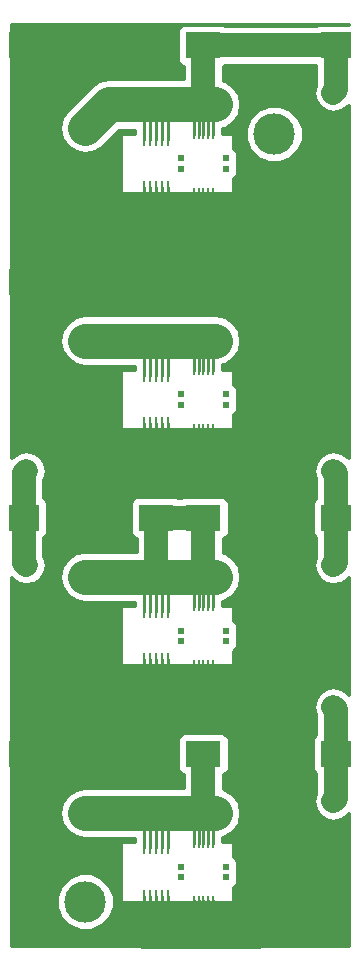
<source format=gtl>
G04 (created by PCBNEW (2013-04-21 BZR 4107)-testing) date Thursday, 06 June 2013 16:04:59*
%MOIN*%
G04 Gerber Fmt 3.4, Leading zero omitted, Abs format*
%FSLAX34Y34*%
G01*
G70*
G90*
G04 APERTURE LIST*
%ADD10C,0*%
%ADD11R,0.00905512X0.0314961*%
%ADD12R,0.0224409X0.019685*%
%ADD13C,0.1378*%
%ADD14R,0.00984252X0.0433071*%
%ADD15R,0.102362X0.0866142*%
%ADD16R,0.11811X0.0866142*%
%ADD17C,0.0590551*%
%ADD18C,0.0787402*%
%ADD19C,0.11811*%
%ADD20C,0.00905512*%
%ADD21C,0.00984252*%
%ADD22C,0.0984252*%
%ADD23C,0.01*%
G04 APERTURE END LIST*
G54D10*
G54D11*
X53779Y-49251D03*
X53622Y-49251D03*
X53937Y-49251D03*
X54094Y-49251D03*
X54251Y-49251D03*
X54251Y-51141D03*
X54094Y-51141D03*
X53937Y-51141D03*
X53779Y-51141D03*
X53622Y-51141D03*
G54D12*
X54690Y-50019D03*
X54690Y-50374D03*
X53183Y-50019D03*
X53183Y-50374D03*
G54D13*
X50000Y-51181D03*
X56299Y-25590D03*
G54D14*
X52165Y-25787D03*
X51968Y-25787D03*
X52362Y-25787D03*
X52559Y-25787D03*
X52755Y-25787D03*
X52755Y-27362D03*
X52559Y-27362D03*
X52362Y-27362D03*
X52165Y-27362D03*
X51968Y-27362D03*
X52165Y-33661D03*
X51968Y-33661D03*
X52362Y-33661D03*
X52559Y-33661D03*
X52755Y-33661D03*
X52755Y-35236D03*
X52559Y-35236D03*
X52362Y-35236D03*
X52165Y-35236D03*
X51968Y-35236D03*
X52165Y-41535D03*
X51968Y-41535D03*
X52362Y-41535D03*
X52559Y-41535D03*
X52755Y-41535D03*
X52755Y-43110D03*
X52559Y-43110D03*
X52362Y-43110D03*
X52165Y-43110D03*
X51968Y-43110D03*
X52165Y-49409D03*
X51968Y-49409D03*
X52362Y-49409D03*
X52559Y-49409D03*
X52755Y-49409D03*
X52755Y-50984D03*
X52559Y-50984D03*
X52362Y-50984D03*
X52165Y-50984D03*
X51968Y-50984D03*
G54D11*
X53779Y-25629D03*
X53622Y-25629D03*
X53937Y-25629D03*
X54094Y-25629D03*
X54251Y-25629D03*
X54251Y-27519D03*
X54094Y-27519D03*
X53937Y-27519D03*
X53779Y-27519D03*
X53622Y-27519D03*
G54D12*
X54690Y-26397D03*
X54690Y-26751D03*
X53183Y-26397D03*
X53183Y-26751D03*
G54D11*
X53779Y-33503D03*
X53622Y-33503D03*
X53937Y-33503D03*
X54094Y-33503D03*
X54251Y-33503D03*
X54251Y-35393D03*
X54094Y-35393D03*
X53937Y-35393D03*
X53779Y-35393D03*
X53622Y-35393D03*
G54D12*
X54690Y-34271D03*
X54690Y-34625D03*
X53183Y-34271D03*
X53183Y-34625D03*
G54D11*
X53779Y-41377D03*
X53622Y-41377D03*
X53937Y-41377D03*
X54094Y-41377D03*
X54251Y-41377D03*
X54251Y-43267D03*
X54094Y-43267D03*
X53937Y-43267D03*
X53779Y-43267D03*
X53622Y-43267D03*
G54D12*
X54690Y-42145D03*
X54690Y-42500D03*
X53183Y-42145D03*
X53183Y-42500D03*
G54D15*
X58346Y-30511D03*
G54D16*
X53937Y-30511D03*
G54D15*
X58346Y-22637D03*
G54D16*
X53937Y-22637D03*
G54D15*
X47952Y-30511D03*
G54D16*
X52362Y-30511D03*
G54D15*
X58346Y-46259D03*
G54D16*
X53937Y-46259D03*
G54D15*
X47952Y-22637D03*
G54D16*
X52362Y-22637D03*
G54D15*
X58346Y-38385D03*
G54D16*
X53937Y-38385D03*
G54D15*
X47952Y-46259D03*
G54D16*
X52362Y-46259D03*
G54D15*
X47952Y-38385D03*
G54D16*
X52362Y-38385D03*
G54D17*
X48031Y-39960D03*
X58267Y-36811D03*
X58267Y-47834D03*
X58267Y-44685D03*
X53937Y-47244D03*
X52362Y-39370D03*
X53937Y-39370D03*
X53937Y-23622D03*
X57086Y-22637D03*
X55511Y-22637D03*
X58267Y-24212D03*
X48031Y-36811D03*
X58267Y-39960D03*
X50000Y-48228D03*
X50000Y-40354D03*
X50000Y-32480D03*
X50000Y-25393D03*
X48031Y-28937D03*
X48031Y-24212D03*
X49212Y-22637D03*
X50787Y-22637D03*
X53937Y-29527D03*
X52362Y-29527D03*
X57086Y-30511D03*
X55511Y-30511D03*
X48031Y-47834D03*
X48031Y-44685D03*
X58267Y-32086D03*
X58267Y-28937D03*
X48031Y-32086D03*
G54D18*
X47952Y-39881D02*
X48031Y-39960D01*
X47952Y-39881D02*
X47952Y-38385D01*
X58346Y-36889D02*
X58267Y-36811D01*
X58346Y-36889D02*
X58346Y-38385D01*
X58346Y-47755D02*
X58267Y-47834D01*
X58346Y-47755D02*
X58346Y-46259D01*
X58346Y-44763D02*
X58267Y-44685D01*
X58346Y-46259D02*
X58346Y-44763D01*
X53937Y-46259D02*
X53937Y-47244D01*
X53937Y-47244D02*
X53937Y-48228D01*
X58346Y-22637D02*
X58346Y-24133D01*
X58346Y-24133D02*
X58267Y-24212D01*
X47952Y-38385D02*
X47952Y-36889D01*
X47952Y-36889D02*
X48031Y-36811D01*
X58346Y-39881D02*
X58267Y-39960D01*
X58346Y-39881D02*
X58346Y-38385D01*
X53937Y-22637D02*
X55511Y-22637D01*
X55511Y-22637D02*
X57086Y-22637D01*
X57086Y-22637D02*
X58346Y-22637D01*
X53937Y-22637D02*
X53937Y-23622D01*
X53937Y-23622D02*
X53937Y-24606D01*
X53937Y-24606D02*
X54330Y-24606D01*
X52362Y-24606D02*
X52559Y-24606D01*
X53937Y-38385D02*
X53937Y-39370D01*
X53937Y-39370D02*
X53937Y-40354D01*
X52362Y-38385D02*
X52362Y-39370D01*
X52362Y-39370D02*
X52362Y-40354D01*
X52362Y-40354D02*
X52559Y-40354D01*
X52362Y-38385D02*
X53937Y-38385D01*
G54D19*
X50000Y-48228D02*
X51968Y-48228D01*
X50000Y-40354D02*
X52755Y-40354D01*
X50000Y-25393D02*
X50787Y-24606D01*
X52559Y-24606D02*
X50787Y-24606D01*
X50000Y-32480D02*
X52755Y-32480D01*
G54D20*
X53622Y-33503D02*
X53622Y-32559D01*
X53622Y-32559D02*
X53543Y-32480D01*
X53779Y-33503D02*
X53779Y-32519D01*
X53779Y-32519D02*
X53740Y-32480D01*
X54251Y-33503D02*
X54251Y-32559D01*
X54251Y-32559D02*
X54330Y-32480D01*
X54094Y-33503D02*
X54094Y-32519D01*
X54094Y-32519D02*
X54133Y-32480D01*
X53937Y-33503D02*
X53937Y-32480D01*
X54251Y-25629D02*
X54251Y-24685D01*
G54D19*
X54330Y-24606D02*
X53937Y-24606D01*
G54D20*
X54251Y-24685D02*
X54330Y-24606D01*
X54094Y-25629D02*
X54094Y-24645D01*
X54094Y-24645D02*
X54133Y-24606D01*
X53622Y-25629D02*
X53622Y-24685D01*
X53543Y-24606D02*
X53149Y-24606D01*
X53622Y-24685D02*
X53543Y-24606D01*
X53779Y-25629D02*
X53779Y-24645D01*
X53779Y-24645D02*
X53740Y-24606D01*
X53937Y-25629D02*
X53937Y-24606D01*
X53622Y-41377D02*
X53622Y-40433D01*
X53622Y-40433D02*
X53543Y-40354D01*
X54251Y-41377D02*
X54251Y-40433D01*
X54251Y-40433D02*
X54330Y-40354D01*
X54094Y-41377D02*
X54094Y-40393D01*
X54094Y-40393D02*
X54133Y-40354D01*
X53779Y-41377D02*
X53779Y-40393D01*
X53779Y-40393D02*
X53740Y-40354D01*
X53937Y-41377D02*
X53937Y-40354D01*
X53622Y-49251D02*
X53622Y-48307D01*
X53622Y-48307D02*
X53543Y-48228D01*
X53779Y-49251D02*
X53779Y-48267D01*
X53779Y-48267D02*
X53740Y-48228D01*
X54251Y-49251D02*
X54251Y-48307D01*
X54251Y-48307D02*
X54330Y-48228D01*
X54094Y-49251D02*
X54094Y-48267D01*
X54094Y-48267D02*
X54133Y-48228D01*
X53937Y-49251D02*
X53937Y-48228D01*
G54D21*
X52755Y-25787D02*
X52755Y-24606D01*
X52755Y-24606D02*
X53149Y-24606D01*
X52559Y-25787D02*
X52559Y-24606D01*
X52362Y-25787D02*
X52362Y-24606D01*
X52165Y-25787D02*
X52165Y-24606D01*
X51968Y-25787D02*
X51968Y-24606D01*
X52755Y-41535D02*
X52755Y-40354D01*
X52559Y-41535D02*
X52559Y-40354D01*
X52362Y-41535D02*
X52362Y-40354D01*
X52165Y-41535D02*
X52165Y-40354D01*
X51968Y-41535D02*
X51968Y-40354D01*
X52755Y-33661D02*
X52755Y-32480D01*
X52559Y-33661D02*
X52559Y-32480D01*
X52362Y-33661D02*
X52362Y-32480D01*
X52165Y-33661D02*
X52165Y-32480D01*
X51968Y-33661D02*
X51968Y-32480D01*
X52755Y-49409D02*
X52755Y-48228D01*
X52559Y-49409D02*
X52559Y-48228D01*
X52362Y-49409D02*
X52362Y-48228D01*
X52165Y-49409D02*
X52165Y-48228D01*
X51968Y-49409D02*
X51968Y-48228D01*
G54D19*
X54232Y-48228D02*
X53543Y-48228D01*
X53543Y-48228D02*
X53740Y-48228D01*
X53740Y-48228D02*
X54330Y-48228D01*
X54330Y-48228D02*
X54133Y-48228D01*
X54133Y-48228D02*
X53937Y-48228D01*
X53937Y-48228D02*
X52755Y-48228D01*
X52755Y-48228D02*
X52559Y-48228D01*
X52559Y-48228D02*
X52362Y-48228D01*
X52362Y-48228D02*
X52165Y-48228D01*
X52165Y-48228D02*
X51968Y-48228D01*
X52755Y-40354D02*
X52559Y-40354D01*
X52559Y-40354D02*
X52362Y-40354D01*
X52362Y-40354D02*
X52165Y-40354D01*
X52165Y-40354D02*
X51968Y-40354D01*
X51968Y-40354D02*
X53543Y-40354D01*
X53543Y-40354D02*
X54330Y-40354D01*
X54330Y-40354D02*
X54133Y-40354D01*
X54133Y-40354D02*
X53740Y-40354D01*
X53740Y-40354D02*
X53937Y-40354D01*
X53937Y-40354D02*
X54232Y-40354D01*
X52755Y-32480D02*
X52559Y-32480D01*
X52559Y-32480D02*
X52362Y-32480D01*
X52362Y-32480D02*
X52165Y-32480D01*
X52165Y-32480D02*
X51968Y-32480D01*
X51968Y-32480D02*
X53543Y-32480D01*
X53543Y-32480D02*
X53740Y-32480D01*
X53740Y-32480D02*
X54330Y-32480D01*
X54330Y-32480D02*
X54133Y-32480D01*
X54133Y-32480D02*
X53937Y-32480D01*
X53937Y-32480D02*
X54232Y-32480D01*
G54D22*
X53149Y-24606D02*
X53149Y-24606D01*
X53149Y-24606D02*
X53149Y-24606D01*
G54D19*
X52559Y-24606D02*
X52362Y-24606D01*
X52362Y-24606D02*
X52165Y-24606D01*
X52165Y-24606D02*
X51968Y-24606D01*
X51968Y-24606D02*
X54133Y-24606D01*
X54133Y-24606D02*
X53740Y-24606D01*
X53740Y-24606D02*
X53149Y-24606D01*
X53149Y-24606D02*
X53937Y-24606D01*
X55708Y-52165D02*
X54330Y-52165D01*
X56299Y-51574D02*
X55708Y-52165D01*
X56299Y-44291D02*
X56299Y-51574D01*
G54D18*
X48031Y-24212D02*
X48031Y-28937D01*
X47952Y-29015D02*
X48031Y-28937D01*
X47952Y-30511D02*
X47952Y-29015D01*
X47952Y-24133D02*
X48031Y-24212D01*
X47952Y-24133D02*
X47952Y-22637D01*
X50787Y-22637D02*
X52362Y-22637D01*
X49212Y-22637D02*
X50787Y-22637D01*
X47952Y-22637D02*
X49212Y-22637D01*
G54D19*
X56299Y-44291D02*
X56299Y-36417D01*
X56299Y-44291D02*
X53937Y-44291D01*
G54D20*
X53622Y-44212D02*
X53543Y-44291D01*
X54251Y-44212D02*
X54330Y-44291D01*
X54094Y-44251D02*
X54133Y-44291D01*
X53779Y-44251D02*
X53740Y-44291D01*
G54D19*
X53543Y-44291D02*
X54330Y-44291D01*
X54330Y-44291D02*
X54133Y-44291D01*
X54133Y-44291D02*
X53740Y-44291D01*
X53740Y-44291D02*
X53937Y-44291D01*
G54D18*
X47952Y-46259D02*
X47952Y-47755D01*
X47952Y-47755D02*
X48031Y-47834D01*
X47952Y-46259D02*
X47952Y-44763D01*
X47952Y-44763D02*
X48031Y-44685D01*
X58346Y-30511D02*
X58346Y-32007D01*
X58346Y-32007D02*
X58267Y-32086D01*
X58346Y-30511D02*
X58346Y-29015D01*
X58346Y-29015D02*
X58267Y-28937D01*
X47952Y-30511D02*
X47952Y-32007D01*
X47952Y-32007D02*
X48031Y-32086D01*
X52362Y-46259D02*
X47952Y-46259D01*
X56299Y-30511D02*
X57086Y-30511D01*
X57086Y-30511D02*
X58346Y-30511D01*
X47952Y-30511D02*
X52362Y-30511D01*
X52362Y-46259D02*
X52362Y-45275D01*
X52362Y-45275D02*
X52362Y-44291D01*
X52362Y-30511D02*
X52362Y-29527D01*
X52362Y-29527D02*
X52362Y-28543D01*
X53937Y-30511D02*
X53937Y-29527D01*
X53937Y-29527D02*
X53937Y-28543D01*
X53937Y-30511D02*
X55511Y-30511D01*
X55511Y-30511D02*
X56299Y-30511D01*
X52362Y-30511D02*
X53937Y-30511D01*
G54D19*
X56299Y-36417D02*
X56299Y-30511D01*
X56299Y-30511D02*
X56299Y-28543D01*
X56299Y-28543D02*
X53937Y-28543D01*
X56299Y-36417D02*
X53543Y-36417D01*
G54D20*
X54251Y-35393D02*
X54251Y-36338D01*
X54251Y-36338D02*
X54330Y-36417D01*
X54094Y-35393D02*
X54094Y-36377D01*
X54094Y-36377D02*
X54133Y-36417D01*
X53937Y-35393D02*
X53937Y-36417D01*
X53779Y-35393D02*
X53779Y-36377D01*
X53779Y-36377D02*
X53740Y-36417D01*
X53622Y-35393D02*
X53622Y-36338D01*
X53622Y-36338D02*
X53543Y-36417D01*
X54251Y-27519D02*
X54251Y-28464D01*
X54251Y-28464D02*
X54330Y-28543D01*
X54094Y-27519D02*
X54094Y-28503D01*
X54094Y-28503D02*
X54133Y-28543D01*
X53622Y-27519D02*
X53622Y-28464D01*
X53622Y-28464D02*
X53543Y-28543D01*
X53779Y-27519D02*
X53779Y-28503D01*
X53779Y-28503D02*
X53740Y-28543D01*
X53937Y-27519D02*
X53937Y-28543D01*
X53622Y-43267D02*
X53622Y-44212D01*
X54251Y-43267D02*
X54251Y-44212D01*
X54094Y-43267D02*
X54094Y-44251D01*
X53779Y-43267D02*
X53779Y-44251D01*
X53937Y-43267D02*
X53937Y-44291D01*
X54251Y-51141D02*
X54251Y-52086D01*
X54251Y-52086D02*
X54330Y-52165D01*
X54094Y-51141D02*
X54094Y-52125D01*
X54094Y-52125D02*
X54133Y-52165D01*
X53937Y-51141D02*
X53937Y-52165D01*
X53779Y-51141D02*
X53779Y-52125D01*
X53779Y-52125D02*
X53740Y-52165D01*
X53622Y-51141D02*
X53622Y-52086D01*
X53622Y-52086D02*
X53543Y-52165D01*
G54D21*
X52755Y-27362D02*
X52755Y-28543D01*
X52559Y-27362D02*
X52559Y-28543D01*
X52362Y-27362D02*
X52362Y-28543D01*
X52165Y-27362D02*
X52165Y-28543D01*
X51968Y-27362D02*
X51968Y-28543D01*
G54D19*
X51968Y-28543D02*
X52755Y-28543D01*
X52755Y-28543D02*
X52559Y-28543D01*
X52559Y-28543D02*
X52362Y-28543D01*
X52362Y-28543D02*
X52165Y-28543D01*
X52165Y-28543D02*
X54330Y-28543D01*
X54330Y-28543D02*
X54133Y-28543D01*
X54133Y-28543D02*
X53543Y-28543D01*
X53543Y-28543D02*
X53740Y-28543D01*
X53740Y-28543D02*
X53937Y-28543D01*
G54D21*
X52755Y-43110D02*
X52755Y-44291D01*
X52559Y-43110D02*
X52559Y-44291D01*
X52362Y-43110D02*
X52362Y-44291D01*
X52165Y-43110D02*
X52165Y-44291D01*
X51968Y-43110D02*
X51968Y-44291D01*
G54D19*
X51968Y-44291D02*
X52755Y-44291D01*
X52755Y-44291D02*
X52559Y-44291D01*
X52559Y-44291D02*
X52362Y-44291D01*
X52362Y-44291D02*
X52165Y-44291D01*
X52165Y-44291D02*
X53543Y-44291D01*
G54D21*
X52755Y-35236D02*
X52755Y-36417D01*
X52559Y-35236D02*
X52559Y-36417D01*
X52362Y-35236D02*
X52362Y-36417D01*
X52165Y-35236D02*
X52165Y-36417D01*
X51968Y-35236D02*
X51968Y-36417D01*
G54D19*
X51968Y-36417D02*
X52755Y-36417D01*
X52755Y-36417D02*
X52559Y-36417D01*
X52559Y-36417D02*
X52362Y-36417D01*
X52362Y-36417D02*
X52165Y-36417D01*
X52165Y-36417D02*
X54330Y-36417D01*
X54330Y-36417D02*
X54133Y-36417D01*
X54133Y-36417D02*
X53937Y-36417D01*
X53937Y-36417D02*
X53740Y-36417D01*
X53740Y-36417D02*
X53543Y-36417D01*
G54D21*
X52755Y-50984D02*
X52755Y-52165D01*
X52559Y-50984D02*
X52559Y-52165D01*
X52362Y-50984D02*
X52362Y-52165D01*
X52165Y-50984D02*
X52165Y-52165D01*
X52165Y-52165D02*
X52165Y-52185D01*
X52165Y-52185D02*
X52165Y-52165D01*
X51968Y-50984D02*
X51968Y-52165D01*
G54D19*
X51968Y-52165D02*
X52755Y-52165D01*
X52755Y-52165D02*
X52559Y-52165D01*
X52559Y-52165D02*
X52362Y-52165D01*
X52362Y-52165D02*
X52165Y-52165D01*
X52165Y-52165D02*
X54330Y-52165D01*
X54330Y-52165D02*
X54133Y-52165D01*
X54133Y-52165D02*
X53937Y-52165D01*
X53937Y-52165D02*
X53740Y-52165D01*
X53740Y-52165D02*
X53543Y-52165D01*
G54D10*
G36*
X58775Y-52673D02*
X57238Y-52673D01*
X57238Y-25404D01*
X57095Y-25059D01*
X56831Y-24794D01*
X56486Y-24651D01*
X56113Y-24651D01*
X55768Y-24794D01*
X55503Y-25057D01*
X55360Y-25402D01*
X55360Y-25776D01*
X55502Y-26121D01*
X55766Y-26386D01*
X56111Y-26529D01*
X56485Y-26529D01*
X56830Y-26387D01*
X57094Y-26123D01*
X57238Y-25778D01*
X57238Y-25404D01*
X57238Y-52673D01*
X55171Y-52673D01*
X55171Y-48228D01*
X55171Y-40354D01*
X55171Y-32480D01*
X55107Y-32158D01*
X54925Y-31885D01*
X54652Y-31703D01*
X54330Y-31639D01*
X54232Y-31639D01*
X54133Y-31639D01*
X53937Y-31639D01*
X53740Y-31639D01*
X53543Y-31639D01*
X52755Y-31639D01*
X52559Y-31639D01*
X52362Y-31639D01*
X52165Y-31639D01*
X51968Y-31639D01*
X50000Y-31639D01*
X49678Y-31703D01*
X49405Y-31885D01*
X49223Y-32158D01*
X49159Y-32480D01*
X49223Y-32801D01*
X49405Y-33074D01*
X49678Y-33256D01*
X50000Y-33320D01*
X51669Y-33320D01*
X51669Y-33395D01*
X51669Y-33461D01*
X51177Y-33461D01*
X51177Y-35436D01*
X54924Y-35436D01*
X54924Y-34944D01*
X54944Y-34936D01*
X55015Y-34866D01*
X55053Y-34774D01*
X55053Y-34674D01*
X55053Y-34477D01*
X55041Y-34448D01*
X55053Y-34419D01*
X55053Y-34320D01*
X55053Y-34123D01*
X55015Y-34031D01*
X54944Y-33961D01*
X54924Y-33952D01*
X54924Y-33461D01*
X54547Y-33461D01*
X54547Y-33296D01*
X54547Y-33277D01*
X54652Y-33256D01*
X54925Y-33074D01*
X55107Y-32801D01*
X55171Y-32480D01*
X55171Y-40354D01*
X55107Y-40032D01*
X54925Y-39759D01*
X54652Y-39577D01*
X54580Y-39563D01*
X54580Y-39370D01*
X54580Y-39067D01*
X54669Y-39030D01*
X54739Y-38960D01*
X54777Y-38868D01*
X54777Y-38769D01*
X54777Y-37903D01*
X54739Y-37811D01*
X54669Y-37740D01*
X54577Y-37702D01*
X54477Y-37702D01*
X53296Y-37702D01*
X53204Y-37740D01*
X53203Y-37742D01*
X53095Y-37742D01*
X53094Y-37740D01*
X53002Y-37702D01*
X52903Y-37702D01*
X51721Y-37702D01*
X51630Y-37740D01*
X51559Y-37811D01*
X51521Y-37903D01*
X51521Y-38002D01*
X51521Y-38868D01*
X51559Y-38960D01*
X51630Y-39030D01*
X51718Y-39067D01*
X51718Y-39370D01*
X51718Y-39513D01*
X50000Y-39513D01*
X49678Y-39577D01*
X49405Y-39759D01*
X49223Y-40032D01*
X49159Y-40354D01*
X49223Y-40675D01*
X49405Y-40948D01*
X49678Y-41130D01*
X50000Y-41194D01*
X51669Y-41194D01*
X51669Y-41269D01*
X51669Y-41335D01*
X51177Y-41335D01*
X51177Y-43310D01*
X54924Y-43310D01*
X54924Y-42818D01*
X54944Y-42810D01*
X55015Y-42740D01*
X55053Y-42648D01*
X55053Y-42548D01*
X55053Y-42351D01*
X55041Y-42322D01*
X55053Y-42293D01*
X55053Y-42194D01*
X55053Y-41997D01*
X55015Y-41905D01*
X54944Y-41835D01*
X54924Y-41826D01*
X54924Y-41335D01*
X54547Y-41335D01*
X54547Y-41170D01*
X54547Y-41151D01*
X54652Y-41130D01*
X54925Y-40948D01*
X55107Y-40675D01*
X55171Y-40354D01*
X55171Y-48228D01*
X55107Y-47906D01*
X54925Y-47633D01*
X54652Y-47451D01*
X54580Y-47437D01*
X54580Y-47244D01*
X54580Y-46941D01*
X54669Y-46904D01*
X54739Y-46834D01*
X54777Y-46742D01*
X54777Y-46643D01*
X54777Y-45777D01*
X54739Y-45685D01*
X54669Y-45614D01*
X54577Y-45576D01*
X54477Y-45576D01*
X53296Y-45576D01*
X53204Y-45614D01*
X53134Y-45685D01*
X53096Y-45777D01*
X53096Y-45876D01*
X53096Y-46742D01*
X53134Y-46834D01*
X53204Y-46904D01*
X53293Y-46941D01*
X53293Y-47244D01*
X53293Y-47387D01*
X52755Y-47387D01*
X52559Y-47387D01*
X52362Y-47387D01*
X52165Y-47387D01*
X51968Y-47387D01*
X50000Y-47387D01*
X49678Y-47451D01*
X49405Y-47633D01*
X49223Y-47906D01*
X49159Y-48228D01*
X49223Y-48550D01*
X49405Y-48822D01*
X49678Y-49004D01*
X50000Y-49068D01*
X51669Y-49068D01*
X51669Y-49143D01*
X51669Y-49209D01*
X51177Y-49209D01*
X51177Y-51184D01*
X54924Y-51184D01*
X54924Y-50692D01*
X54944Y-50684D01*
X55015Y-50614D01*
X55053Y-50522D01*
X55053Y-50422D01*
X55053Y-50225D01*
X55041Y-50196D01*
X55053Y-50167D01*
X55053Y-50068D01*
X55053Y-49871D01*
X55015Y-49779D01*
X54944Y-49709D01*
X54924Y-49700D01*
X54924Y-49209D01*
X54547Y-49209D01*
X54547Y-49044D01*
X54547Y-49025D01*
X54652Y-49004D01*
X54925Y-48822D01*
X55107Y-48550D01*
X55171Y-48228D01*
X55171Y-52673D01*
X50939Y-52673D01*
X50939Y-50995D01*
X50796Y-50649D01*
X50532Y-50385D01*
X50187Y-50242D01*
X49814Y-50241D01*
X49468Y-50384D01*
X49204Y-50648D01*
X49061Y-50993D01*
X49060Y-51367D01*
X49203Y-51712D01*
X49467Y-51976D01*
X49812Y-52119D01*
X50185Y-52120D01*
X50531Y-51977D01*
X50795Y-51713D01*
X50938Y-51368D01*
X50939Y-50995D01*
X50939Y-52673D01*
X47523Y-52673D01*
X47523Y-40363D01*
X47576Y-40415D01*
X47785Y-40555D01*
X48031Y-40604D01*
X48277Y-40555D01*
X48486Y-40415D01*
X48626Y-40206D01*
X48675Y-39960D01*
X48626Y-39714D01*
X48596Y-39669D01*
X48596Y-39034D01*
X48606Y-39030D01*
X48676Y-38960D01*
X48714Y-38868D01*
X48714Y-38769D01*
X48714Y-37903D01*
X48676Y-37811D01*
X48606Y-37740D01*
X48596Y-37736D01*
X48596Y-37101D01*
X48626Y-37057D01*
X48675Y-36811D01*
X48626Y-36564D01*
X48486Y-36355D01*
X48277Y-36216D01*
X48031Y-36167D01*
X47785Y-36216D01*
X47576Y-36355D01*
X47523Y-36408D01*
X47523Y-21933D01*
X58775Y-21933D01*
X58775Y-21954D01*
X57784Y-21954D01*
X57693Y-21992D01*
X57691Y-21994D01*
X57086Y-21994D01*
X55511Y-21994D01*
X54670Y-21994D01*
X54669Y-21992D01*
X54577Y-21954D01*
X54477Y-21954D01*
X53296Y-21954D01*
X53204Y-21992D01*
X53134Y-22063D01*
X53096Y-22154D01*
X53096Y-22254D01*
X53096Y-23120D01*
X53134Y-23212D01*
X53204Y-23282D01*
X53293Y-23319D01*
X53293Y-23622D01*
X53293Y-23765D01*
X53149Y-23765D01*
X52559Y-23765D01*
X52362Y-23765D01*
X52165Y-23765D01*
X51968Y-23765D01*
X50787Y-23765D01*
X50465Y-23829D01*
X50193Y-24011D01*
X49405Y-24799D01*
X49223Y-25072D01*
X49159Y-25393D01*
X49223Y-25715D01*
X49405Y-25988D01*
X49678Y-26170D01*
X50000Y-26234D01*
X50321Y-26170D01*
X50594Y-25988D01*
X51135Y-25446D01*
X51669Y-25446D01*
X51669Y-25521D01*
X51669Y-25587D01*
X51177Y-25587D01*
X51177Y-27562D01*
X54924Y-27562D01*
X54924Y-27070D01*
X54944Y-27062D01*
X55015Y-26992D01*
X55053Y-26900D01*
X55053Y-26800D01*
X55053Y-26603D01*
X55041Y-26574D01*
X55053Y-26545D01*
X55053Y-26446D01*
X55053Y-26249D01*
X55015Y-26157D01*
X54944Y-26087D01*
X54924Y-26078D01*
X54924Y-25587D01*
X54547Y-25587D01*
X54547Y-25422D01*
X54547Y-25403D01*
X54652Y-25382D01*
X54925Y-25200D01*
X55107Y-24927D01*
X55171Y-24606D01*
X55107Y-24284D01*
X54925Y-24011D01*
X54652Y-23829D01*
X54580Y-23815D01*
X54580Y-23622D01*
X54580Y-23319D01*
X54669Y-23282D01*
X54670Y-23281D01*
X55511Y-23281D01*
X57086Y-23281D01*
X57691Y-23281D01*
X57693Y-23282D01*
X57702Y-23286D01*
X57702Y-23921D01*
X57673Y-23966D01*
X57624Y-24212D01*
X57673Y-24458D01*
X57812Y-24667D01*
X58021Y-24807D01*
X58267Y-24856D01*
X58514Y-24807D01*
X58722Y-24667D01*
X58775Y-24615D01*
X58775Y-36408D01*
X58722Y-36355D01*
X58514Y-36216D01*
X58267Y-36167D01*
X58021Y-36216D01*
X57812Y-36355D01*
X57673Y-36564D01*
X57624Y-36811D01*
X57673Y-37057D01*
X57702Y-37101D01*
X57702Y-37736D01*
X57693Y-37740D01*
X57622Y-37811D01*
X57584Y-37903D01*
X57584Y-38002D01*
X57584Y-38868D01*
X57622Y-38960D01*
X57693Y-39030D01*
X57702Y-39034D01*
X57702Y-39669D01*
X57673Y-39714D01*
X57624Y-39960D01*
X57673Y-40206D01*
X57812Y-40415D01*
X58021Y-40555D01*
X58267Y-40604D01*
X58514Y-40555D01*
X58722Y-40415D01*
X58775Y-40363D01*
X58775Y-44282D01*
X58722Y-44229D01*
X58514Y-44090D01*
X58267Y-44041D01*
X58021Y-44090D01*
X57812Y-44229D01*
X57673Y-44438D01*
X57624Y-44685D01*
X57673Y-44931D01*
X57702Y-44975D01*
X57702Y-45610D01*
X57693Y-45614D01*
X57622Y-45685D01*
X57584Y-45777D01*
X57584Y-45876D01*
X57584Y-46742D01*
X57622Y-46834D01*
X57693Y-46904D01*
X57702Y-46908D01*
X57702Y-47543D01*
X57673Y-47588D01*
X57624Y-47834D01*
X57673Y-48080D01*
X57812Y-48289D01*
X58021Y-48429D01*
X58267Y-48478D01*
X58514Y-48429D01*
X58722Y-48289D01*
X58775Y-48237D01*
X58775Y-52673D01*
X58775Y-52673D01*
G37*
G54D23*
X58775Y-52673D02*
X57238Y-52673D01*
X57238Y-25404D01*
X57095Y-25059D01*
X56831Y-24794D01*
X56486Y-24651D01*
X56113Y-24651D01*
X55768Y-24794D01*
X55503Y-25057D01*
X55360Y-25402D01*
X55360Y-25776D01*
X55502Y-26121D01*
X55766Y-26386D01*
X56111Y-26529D01*
X56485Y-26529D01*
X56830Y-26387D01*
X57094Y-26123D01*
X57238Y-25778D01*
X57238Y-25404D01*
X57238Y-52673D01*
X55171Y-52673D01*
X55171Y-48228D01*
X55171Y-40354D01*
X55171Y-32480D01*
X55107Y-32158D01*
X54925Y-31885D01*
X54652Y-31703D01*
X54330Y-31639D01*
X54232Y-31639D01*
X54133Y-31639D01*
X53937Y-31639D01*
X53740Y-31639D01*
X53543Y-31639D01*
X52755Y-31639D01*
X52559Y-31639D01*
X52362Y-31639D01*
X52165Y-31639D01*
X51968Y-31639D01*
X50000Y-31639D01*
X49678Y-31703D01*
X49405Y-31885D01*
X49223Y-32158D01*
X49159Y-32480D01*
X49223Y-32801D01*
X49405Y-33074D01*
X49678Y-33256D01*
X50000Y-33320D01*
X51669Y-33320D01*
X51669Y-33395D01*
X51669Y-33461D01*
X51177Y-33461D01*
X51177Y-35436D01*
X54924Y-35436D01*
X54924Y-34944D01*
X54944Y-34936D01*
X55015Y-34866D01*
X55053Y-34774D01*
X55053Y-34674D01*
X55053Y-34477D01*
X55041Y-34448D01*
X55053Y-34419D01*
X55053Y-34320D01*
X55053Y-34123D01*
X55015Y-34031D01*
X54944Y-33961D01*
X54924Y-33952D01*
X54924Y-33461D01*
X54547Y-33461D01*
X54547Y-33296D01*
X54547Y-33277D01*
X54652Y-33256D01*
X54925Y-33074D01*
X55107Y-32801D01*
X55171Y-32480D01*
X55171Y-40354D01*
X55107Y-40032D01*
X54925Y-39759D01*
X54652Y-39577D01*
X54580Y-39563D01*
X54580Y-39370D01*
X54580Y-39067D01*
X54669Y-39030D01*
X54739Y-38960D01*
X54777Y-38868D01*
X54777Y-38769D01*
X54777Y-37903D01*
X54739Y-37811D01*
X54669Y-37740D01*
X54577Y-37702D01*
X54477Y-37702D01*
X53296Y-37702D01*
X53204Y-37740D01*
X53203Y-37742D01*
X53095Y-37742D01*
X53094Y-37740D01*
X53002Y-37702D01*
X52903Y-37702D01*
X51721Y-37702D01*
X51630Y-37740D01*
X51559Y-37811D01*
X51521Y-37903D01*
X51521Y-38002D01*
X51521Y-38868D01*
X51559Y-38960D01*
X51630Y-39030D01*
X51718Y-39067D01*
X51718Y-39370D01*
X51718Y-39513D01*
X50000Y-39513D01*
X49678Y-39577D01*
X49405Y-39759D01*
X49223Y-40032D01*
X49159Y-40354D01*
X49223Y-40675D01*
X49405Y-40948D01*
X49678Y-41130D01*
X50000Y-41194D01*
X51669Y-41194D01*
X51669Y-41269D01*
X51669Y-41335D01*
X51177Y-41335D01*
X51177Y-43310D01*
X54924Y-43310D01*
X54924Y-42818D01*
X54944Y-42810D01*
X55015Y-42740D01*
X55053Y-42648D01*
X55053Y-42548D01*
X55053Y-42351D01*
X55041Y-42322D01*
X55053Y-42293D01*
X55053Y-42194D01*
X55053Y-41997D01*
X55015Y-41905D01*
X54944Y-41835D01*
X54924Y-41826D01*
X54924Y-41335D01*
X54547Y-41335D01*
X54547Y-41170D01*
X54547Y-41151D01*
X54652Y-41130D01*
X54925Y-40948D01*
X55107Y-40675D01*
X55171Y-40354D01*
X55171Y-48228D01*
X55107Y-47906D01*
X54925Y-47633D01*
X54652Y-47451D01*
X54580Y-47437D01*
X54580Y-47244D01*
X54580Y-46941D01*
X54669Y-46904D01*
X54739Y-46834D01*
X54777Y-46742D01*
X54777Y-46643D01*
X54777Y-45777D01*
X54739Y-45685D01*
X54669Y-45614D01*
X54577Y-45576D01*
X54477Y-45576D01*
X53296Y-45576D01*
X53204Y-45614D01*
X53134Y-45685D01*
X53096Y-45777D01*
X53096Y-45876D01*
X53096Y-46742D01*
X53134Y-46834D01*
X53204Y-46904D01*
X53293Y-46941D01*
X53293Y-47244D01*
X53293Y-47387D01*
X52755Y-47387D01*
X52559Y-47387D01*
X52362Y-47387D01*
X52165Y-47387D01*
X51968Y-47387D01*
X50000Y-47387D01*
X49678Y-47451D01*
X49405Y-47633D01*
X49223Y-47906D01*
X49159Y-48228D01*
X49223Y-48550D01*
X49405Y-48822D01*
X49678Y-49004D01*
X50000Y-49068D01*
X51669Y-49068D01*
X51669Y-49143D01*
X51669Y-49209D01*
X51177Y-49209D01*
X51177Y-51184D01*
X54924Y-51184D01*
X54924Y-50692D01*
X54944Y-50684D01*
X55015Y-50614D01*
X55053Y-50522D01*
X55053Y-50422D01*
X55053Y-50225D01*
X55041Y-50196D01*
X55053Y-50167D01*
X55053Y-50068D01*
X55053Y-49871D01*
X55015Y-49779D01*
X54944Y-49709D01*
X54924Y-49700D01*
X54924Y-49209D01*
X54547Y-49209D01*
X54547Y-49044D01*
X54547Y-49025D01*
X54652Y-49004D01*
X54925Y-48822D01*
X55107Y-48550D01*
X55171Y-48228D01*
X55171Y-52673D01*
X50939Y-52673D01*
X50939Y-50995D01*
X50796Y-50649D01*
X50532Y-50385D01*
X50187Y-50242D01*
X49814Y-50241D01*
X49468Y-50384D01*
X49204Y-50648D01*
X49061Y-50993D01*
X49060Y-51367D01*
X49203Y-51712D01*
X49467Y-51976D01*
X49812Y-52119D01*
X50185Y-52120D01*
X50531Y-51977D01*
X50795Y-51713D01*
X50938Y-51368D01*
X50939Y-50995D01*
X50939Y-52673D01*
X47523Y-52673D01*
X47523Y-40363D01*
X47576Y-40415D01*
X47785Y-40555D01*
X48031Y-40604D01*
X48277Y-40555D01*
X48486Y-40415D01*
X48626Y-40206D01*
X48675Y-39960D01*
X48626Y-39714D01*
X48596Y-39669D01*
X48596Y-39034D01*
X48606Y-39030D01*
X48676Y-38960D01*
X48714Y-38868D01*
X48714Y-38769D01*
X48714Y-37903D01*
X48676Y-37811D01*
X48606Y-37740D01*
X48596Y-37736D01*
X48596Y-37101D01*
X48626Y-37057D01*
X48675Y-36811D01*
X48626Y-36564D01*
X48486Y-36355D01*
X48277Y-36216D01*
X48031Y-36167D01*
X47785Y-36216D01*
X47576Y-36355D01*
X47523Y-36408D01*
X47523Y-21933D01*
X58775Y-21933D01*
X58775Y-21954D01*
X57784Y-21954D01*
X57693Y-21992D01*
X57691Y-21994D01*
X57086Y-21994D01*
X55511Y-21994D01*
X54670Y-21994D01*
X54669Y-21992D01*
X54577Y-21954D01*
X54477Y-21954D01*
X53296Y-21954D01*
X53204Y-21992D01*
X53134Y-22063D01*
X53096Y-22154D01*
X53096Y-22254D01*
X53096Y-23120D01*
X53134Y-23212D01*
X53204Y-23282D01*
X53293Y-23319D01*
X53293Y-23622D01*
X53293Y-23765D01*
X53149Y-23765D01*
X52559Y-23765D01*
X52362Y-23765D01*
X52165Y-23765D01*
X51968Y-23765D01*
X50787Y-23765D01*
X50465Y-23829D01*
X50193Y-24011D01*
X49405Y-24799D01*
X49223Y-25072D01*
X49159Y-25393D01*
X49223Y-25715D01*
X49405Y-25988D01*
X49678Y-26170D01*
X50000Y-26234D01*
X50321Y-26170D01*
X50594Y-25988D01*
X51135Y-25446D01*
X51669Y-25446D01*
X51669Y-25521D01*
X51669Y-25587D01*
X51177Y-25587D01*
X51177Y-27562D01*
X54924Y-27562D01*
X54924Y-27070D01*
X54944Y-27062D01*
X55015Y-26992D01*
X55053Y-26900D01*
X55053Y-26800D01*
X55053Y-26603D01*
X55041Y-26574D01*
X55053Y-26545D01*
X55053Y-26446D01*
X55053Y-26249D01*
X55015Y-26157D01*
X54944Y-26087D01*
X54924Y-26078D01*
X54924Y-25587D01*
X54547Y-25587D01*
X54547Y-25422D01*
X54547Y-25403D01*
X54652Y-25382D01*
X54925Y-25200D01*
X55107Y-24927D01*
X55171Y-24606D01*
X55107Y-24284D01*
X54925Y-24011D01*
X54652Y-23829D01*
X54580Y-23815D01*
X54580Y-23622D01*
X54580Y-23319D01*
X54669Y-23282D01*
X54670Y-23281D01*
X55511Y-23281D01*
X57086Y-23281D01*
X57691Y-23281D01*
X57693Y-23282D01*
X57702Y-23286D01*
X57702Y-23921D01*
X57673Y-23966D01*
X57624Y-24212D01*
X57673Y-24458D01*
X57812Y-24667D01*
X58021Y-24807D01*
X58267Y-24856D01*
X58514Y-24807D01*
X58722Y-24667D01*
X58775Y-24615D01*
X58775Y-36408D01*
X58722Y-36355D01*
X58514Y-36216D01*
X58267Y-36167D01*
X58021Y-36216D01*
X57812Y-36355D01*
X57673Y-36564D01*
X57624Y-36811D01*
X57673Y-37057D01*
X57702Y-37101D01*
X57702Y-37736D01*
X57693Y-37740D01*
X57622Y-37811D01*
X57584Y-37903D01*
X57584Y-38002D01*
X57584Y-38868D01*
X57622Y-38960D01*
X57693Y-39030D01*
X57702Y-39034D01*
X57702Y-39669D01*
X57673Y-39714D01*
X57624Y-39960D01*
X57673Y-40206D01*
X57812Y-40415D01*
X58021Y-40555D01*
X58267Y-40604D01*
X58514Y-40555D01*
X58722Y-40415D01*
X58775Y-40363D01*
X58775Y-44282D01*
X58722Y-44229D01*
X58514Y-44090D01*
X58267Y-44041D01*
X58021Y-44090D01*
X57812Y-44229D01*
X57673Y-44438D01*
X57624Y-44685D01*
X57673Y-44931D01*
X57702Y-44975D01*
X57702Y-45610D01*
X57693Y-45614D01*
X57622Y-45685D01*
X57584Y-45777D01*
X57584Y-45876D01*
X57584Y-46742D01*
X57622Y-46834D01*
X57693Y-46904D01*
X57702Y-46908D01*
X57702Y-47543D01*
X57673Y-47588D01*
X57624Y-47834D01*
X57673Y-48080D01*
X57812Y-48289D01*
X58021Y-48429D01*
X58267Y-48478D01*
X58514Y-48429D01*
X58722Y-48289D01*
X58775Y-48237D01*
X58775Y-52673D01*
M02*

</source>
